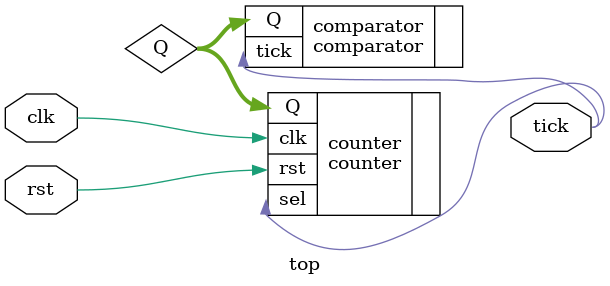
<source format=v>
`timescale 1ns / 1ps
module top( clk, rst, tick );
//inputs
input clk, rst;
//outputs
output tick;
//wire
wire [19:0] Q;

	//connects the modules
	
	//      counter(    clk,       rst,      sel,       Q);
	counter counter(.clk(clk), .rst(rst), .sel(tick), .Q(Q));
	
	//         comparator(         tick,  Q    );
	comparator comparator(  .tick(tick), .Q(Q) );
	


endmodule

</source>
